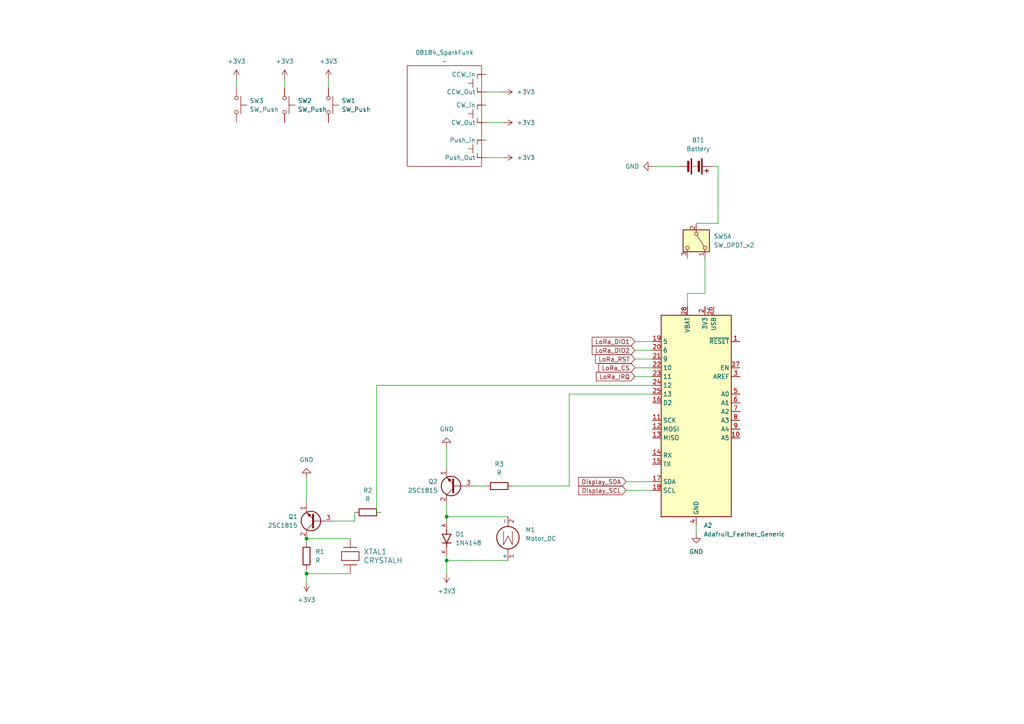
<source format=kicad_sch>
(kicad_sch (version 20250114) (generator "eeschema") (generator_version "9.0")
  (paper "A4")
  (lib_symbols
    (symbol "Device:Battery" (pin_numbers (hide yes)) (pin_names (offset 0) (hide yes))
      (property "Reference" "BT" (at 2.54 2.54 0))
      (property "Value" "Battery" (at 2.54 0 0))
      (symbol "Battery_0_1"
        (rectangle (start -2.286 1.778) (end 2.286 1.524) (fill (type outline)))
        (rectangle (start -2.286 -1.27) (end 2.286 -1.524) (fill (type outline)))
        (rectangle (start -1.524 1.016) (end 1.524 0.508) (fill (type outline)))
        (rectangle (start -1.524 -2.032) (end 1.524 -2.54) (fill (type outline)))
        (polyline (pts (xy 0 1.778) (xy 0 2.54)))
        (polyline (pts (xy 0 0) (xy 0 0.254)))
        (polyline (pts (xy 0 -0.508) (xy 0 -0.254)))
        (polyline (pts (xy 0 -1.016) (xy 0 -0.762)))
        (polyline (pts (xy 0.762 3.048) (xy 1.778 3.048)) (stroke (width 0.254)))
        (polyline (pts (xy 1.27 3.556) (xy 1.27 2.54)) (stroke (width 0.254)))
      )
      (symbol "Battery_1_1"
        (pin passive line (at 0 5.08 270) (length 2.54) (name "+") (number "1"))
        (pin passive line (at 0 -5.08 90) (length 2.54) (name "-") (number "2"))
      )
    )
    (symbol "Device:R" (pin_numbers (hide yes)) (pin_names (offset 0))
      (property "Reference" "R" (at 2.032 0 90))
      (property "Value" "R" (at 0 0 90))
      (symbol "R_0_1"
        (rectangle (start -1.016 -2.54) (end 1.016 2.54) (stroke (width 0.254)))
      )
      (symbol "R_1_1"
        (pin passive line (at 0 3.81 270) (length 1.27) (name "~") (number "1"))
        (pin passive line (at 0 -3.81 90) (length 1.27) (name "~") (number "2"))
      )
    )
    (symbol "FeatherSense_1N4148:1N4148" (pin_names (offset 1.016))
      (property "Reference" "D" (at -5.08 2.54 0))
      (property "Value" "1N4148" (at -5.08 -3.81 0))
      (symbol "1N4148_0_0"
        (polyline (pts (xy -2.54 0) (xy -1.27 0)) (stroke (width 0.254)))
        (polyline (pts (xy -1.27 1.27) (xy -1.27 -1.27)) (stroke (width 0.254)))
        (polyline (pts (xy -1.27 -1.27) (xy 1.27 0)) (stroke (width 0.254)))
        (polyline (pts (xy 1.27 1.27) (xy 1.27 -1.27)) (stroke (width 0.254)))
        (polyline (pts (xy 1.27 0) (xy -1.27 1.27)) (stroke (width 0.254)))
        (polyline (pts (xy 1.27 0) (xy 2.54 0)) (stroke (width 0.254)))
        (pin passive line (at -5.08 0 0) (length 2.54) (name "~") (number "A"))
        (pin passive line (at 5.08 0 180) (length 2.54) (name "~") (number "K"))
      )
    )
    (symbol "FeatherSense_PushButton:_1"
      (property "Reference" "U" (at 0 0 0))
      (symbol "_1_0_1"
        (rectangle (start -8.89 13.97) (end 12.7 -15.24))
        (polyline (pts (xy 10.16 10.16) (xy 10.16 7.62)))
        (polyline (pts (xy 10.16 8.89) (xy 8.89 8.89)))
        (polyline (pts (xy 10.16 1.27) (xy 10.16 -1.27)))
        (polyline (pts (xy 10.16 0) (xy 8.89 0)))
        (polyline (pts (xy 10.16 -8.89) (xy 10.16 -11.43)))
        (polyline (pts (xy 10.16 -10.16) (xy 8.89 -10.16)))
        (polyline (pts (xy 12.7 11.43) (xy 11.43 11.43) (xy 11.43 10.16)))
        (polyline (pts (xy 12.7 6.35) (xy 11.43 6.35) (xy 11.43 7.62)))
        (polyline (pts (xy 12.7 2.54) (xy 11.43 2.54) (xy 11.43 1.27)))
        (polyline (pts (xy 12.7 -2.54) (xy 11.43 -2.54) (xy 11.43 -1.27)))
        (polyline (pts (xy 12.7 -7.62) (xy 11.43 -7.62) (xy 11.43 -8.89)))
        (polyline (pts (xy 12.7 -12.7) (xy 11.43 -12.7) (xy 11.43 -11.43)))
      )
      (symbol "_1_1_1"
        (pin input line (at 13.97 11.43 180) (length 2.54) (name "CCW_in") (number ""))
        (pin output line (at 13.97 6.35 180) (length 2.54) (name "CCW_Out") (number ""))
        (pin input line (at 13.97 2.54 180) (length 2.54) (name "CW_in") (number ""))
        (pin output line (at 13.97 -2.54 180) (length 2.54) (name "CW_Out") (number ""))
        (pin input line (at 13.97 -7.62 180) (length 2.54) (name "Push_in") (number ""))
        (pin output line (at 13.97 -12.7 180) (length 2.54) (name "Push_Out") (number ""))
      )
    )
    (symbol "FeatherSense_Sound_Buzzer:CRYSTALH" (pin_numbers (hide yes)) (pin_names (hide yes))
      (property "Reference" "XTAL" (at 5.08 4.445 0))
      (property "Value" "CRYSTALH" (at 5.08 -7.62 0))
      (symbol "CRYSTALH_1_1"
        (polyline (pts (xy 2.54 -1.905) (xy 2.54 1.905)) (stroke (width 0.2032)))
        (polyline (pts (xy 3.81 2.54) (xy 6.35 2.54)) (stroke (width 0.2032)))
        (polyline (pts (xy 3.81 -2.54) (xy 3.81 2.54)) (stroke (width 0.2032)))
        (polyline (pts (xy 6.35 2.54) (xy 6.35 -2.54)) (stroke (width 0.2032)))
        (polyline (pts (xy 6.35 -2.54) (xy 3.81 -2.54)) (stroke (width 0.2032)))
        (polyline (pts (xy 7.62 -1.905) (xy 7.62 1.905)) (stroke (width 0.2032)))
        (pin unspecified line (at 0 0 0) (length 2.54) (name "1") (number "1"))
        (pin unspecified line (at 10.16 0 180) (length 2.54) (name "2") (number "2"))
      )
    )
    (symbol "Motor:Motor_DC" (pin_names (offset 0))
      (property "Reference" "M" (at 2.54 2.54 0))
      (property "Value" "Motor_DC" (at 2.54 -5.08 0))
      (symbol "Motor_DC_0_0"
        (polyline (pts (xy -1.27 -3.302) (xy -1.27 0.508) (xy 0 -2.032) (xy 1.27 0.508) (xy 1.27 -3.302)))
      )
      (symbol "Motor_DC_0_1"
        (polyline (pts (xy 0 2.032) (xy 0 2.54)))
        (polyline (pts (xy 0 1.7272) (xy 0 2.0828)))
        (circle (center 0 -1.524) (radius 3.2512) (stroke (width 0.254)))
        (polyline (pts (xy 0 -4.7752) (xy 0 -5.1816)))
        (polyline (pts (xy 0 -7.62) (xy 0 -7.112)))
      )
      (symbol "Motor_DC_1_1"
        (pin passive line (at 0 5.08 270) (length 2.54) (name "+") (number "1"))
        (pin passive line (at 0 -7.62 90) (length 2.54) (name "-") (number "2"))
      )
    )
    (symbol "SenseMateLibrary:Adafruit_Feather_Generic"
      (property "Reference" "A" (at -10.16 29.21 0))
      (property "Value" "Adafruit_Feather_Generic" (at 2.54 -31.75 0))
      (symbol "Adafruit_Feather_Generic_0_1"
        (rectangle (start -10.16 27.94) (end 10.16 -30.48) (stroke (width 0.254)) (fill (type background)))
      )
      (symbol "Adafruit_Feather_Generic_1_1"
        (pin bidirectional line (at -12.7 20.32 0) (length 2.54) (name "5") (number "19"))
        (pin bidirectional line (at -12.7 17.78 0) (length 2.54) (name "6") (number "20"))
        (pin bidirectional line (at -12.7 15.24 0) (length 2.54) (name "9") (number "21"))
        (pin bidirectional line (at -12.7 12.7 0) (length 2.54) (name "10") (number "22"))
        (pin bidirectional line (at -12.7 10.16 0) (length 2.54) (name "11") (number "23"))
        (pin bidirectional line (at -12.7 7.62 0) (length 2.54) (name "12") (number "24"))
        (pin bidirectional line (at -12.7 5.08 0) (length 2.54) (name "13") (number "25"))
        (pin bidirectional line (at -12.7 2.54 0) (length 2.54) (name "D2") (number "16"))
        (pin bidirectional line (at -12.7 -2.54 0) (length 2.54) (name "SCK") (number "11"))
        (pin bidirectional line (at -12.7 -5.08 0) (length 2.54) (name "MOSI") (number "12"))
        (pin bidirectional line (at -12.7 -7.62 0) (length 2.54) (name "MISO") (number "13"))
        (pin bidirectional line (at -12.7 -12.7 0) (length 2.54) (name "RX") (number "14"))
        (pin bidirectional line (at -12.7 -15.24 0) (length 2.54) (name "TX") (number "15"))
        (pin bidirectional line (at -12.7 -20.32 0) (length 2.54) (name "SDA") (number "17"))
        (pin bidirectional line (at -12.7 -22.86 0) (length 2.54) (name "SCL") (number "18"))
        (pin power_in line (at -2.54 30.48 270) (length 2.54) (name "VBAT") (number "28"))
        (pin power_in line (at 0 -33.02 90) (length 2.54) (name "GND") (number "4"))
        (pin power_in line (at 2.54 30.48 270) (length 2.54) (name "3V3") (number "2"))
        (pin power_in line (at 5.08 30.48 270) (length 2.54) (name "USB") (number "26"))
        (pin input line (at 12.7 20.32 180) (length 2.54) (name "~{RESET}") (number "1"))
        (pin input line (at 12.7 12.7 180) (length 2.54) (name "EN") (number "27"))
        (pin input line (at 12.7 10.16 180) (length 2.54) (name "AREF") (number "3"))
        (pin bidirectional line (at 12.7 5.08 180) (length 2.54) (name "A0") (number "5"))
        (pin bidirectional line (at 12.7 2.54 180) (length 2.54) (name "A1") (number "6"))
        (pin bidirectional line (at 12.7 0 180) (length 2.54) (name "A2") (number "7"))
        (pin bidirectional line (at 12.7 -2.54 180) (length 2.54) (name "A3") (number "8"))
        (pin bidirectional line (at 12.7 -5.08 180) (length 2.54) (name "A4") (number "9"))
        (pin bidirectional line (at 12.7 -7.62 180) (length 2.54) (name "A5") (number "10"))
      )
    )
    (symbol "Switch:SW_DPDT_x2" (pin_names (offset 0) (hide yes))
      (property "Reference" "SW" (at 0 5.08 0))
      (property "Value" "SW_DPDT_x2" (at 0 -5.08 0))
      (symbol "SW_DPDT_x2_0_0"
        (circle (center -2.032 0) (radius 0.508))
        (circle (center 2.032 -2.54) (radius 0.508))
      )
      (symbol "SW_DPDT_x2_0_1"
        (rectangle (start -3.175 3.81) (end 3.175 -3.81) (stroke (width 0.254)) (fill (type background)))
        (polyline (pts (xy -1.524 0.254) (xy 1.5748 2.286)))
        (circle (center 2.032 2.54) (radius 0.508))
      )
      (symbol "SW_DPDT_x2_1_1"
        (pin passive line (at -5.08 0 0) (length 2.54) (name "B") (number "2"))
        (pin passive line (at 5.08 2.54 180) (length 2.54) (name "A") (number "1"))
        (pin passive line (at 5.08 -2.54 180) (length 2.54) (name "C") (number "3"))
      )
      (symbol "SW_DPDT_x2_2_1"
        (pin passive line (at -5.08 0 0) (length 2.54) (name "B") (number "5"))
        (pin passive line (at 5.08 2.54 180) (length 2.54) (name "A") (number "4"))
        (pin passive line (at 5.08 -2.54 180) (length 2.54) (name "C") (number "6"))
      )
    )
    (symbol "Switch:SW_Push" (pin_numbers (hide yes)) (pin_names (offset 1.016) (hide yes))
      (property "Reference" "SW" (at 1.27 2.54 0))
      (property "Value" "SW_Push" (at 0 -1.524 0))
      (symbol "SW_Push_0_1"
        (circle (center -2.032 0) (radius 0.508))
        (polyline (pts (xy 0 1.27) (xy 0 3.048)))
        (circle (center 2.032 0) (radius 0.508))
        (polyline (pts (xy 2.54 1.27) (xy -2.54 1.27)))
        (pin passive line (at -5.08 0 0) (length 2.54) (name "1") (number "1"))
        (pin passive line (at 5.08 0 180) (length 2.54) (name "2") (number "2"))
      )
    )
    (symbol "Transistor_BJT:2SC1815" (pin_names (offset 0) (hide yes))
      (property "Reference" "Q" (at 5.08 1.905 0))
      (property "Value" "2SC1815" (at 5.08 0 0))
      (symbol "2SC1815_0_1"
        (polyline (pts (xy -2.54 0) (xy 0.635 0)))
        (polyline (pts (xy 0.635 1.905) (xy 0.635 -1.905)) (stroke (width 0.508)))
        (circle (center 1.27 0) (radius 2.8194) (stroke (width 0.254)))
      )
      (symbol "2SC1815_1_1"
        (polyline (pts (xy 0.635 0.635) (xy 2.54 2.54)))
        (polyline (pts (xy 0.635 -0.635) (xy 2.54 -2.54)))
        (polyline (pts (xy 1.27 -1.778) (xy 1.778 -1.27) (xy 2.286 -2.286) (xy 1.27 -1.778)) (fill (type outline)))
        (pin input line (at -5.08 0 0) (length 2.54) (name "B") (number "3"))
        (pin passive line (at 2.54 5.08 270) (length 2.54) (name "C") (number "2"))
        (pin passive line (at 2.54 -5.08 90) (length 2.54) (name "E") (number "1"))
      )
    )
    (symbol "power:+3V3" (power) (pin_numbers (hide yes)) (pin_names (offset 0) (hide yes))
      (property "Value" "+3V3" (at 0 3.556 0))
      (symbol "+3V3_0_1"
        (polyline (pts (xy -0.762 1.27) (xy 0 2.54)))
        (polyline (pts (xy 0 2.54) (xy 0.762 1.27)))
        (polyline (pts (xy 0 0) (xy 0 2.54)))
      )
      (symbol "+3V3_1_1"
        (pin power_in line (at 0 0 90) (length 0) (name "~") (number "1"))
      )
    )
    (symbol "power:GND" (power) (pin_numbers (hide yes)) (pin_names (offset 0) (hide yes))
      (property "Value" "GND" (at 0 -3.81 0))
      (symbol "GND_0_1"
        (polyline (pts (xy 0 0) (xy 0 -1.27) (xy 1.27 -1.27) (xy 0 -2.54) (xy -1.27 -1.27) (xy 0 -1.27)))
      )
      (symbol "GND_1_1"
        (pin power_in line (at 0 0 270) (length 0) (name "~") (number "1"))
      )
    )
  )
  (junction (at 129.54 149.86))
  (junction (at 88.9 166.37))
  (junction (at 129.54 162.56))
  (junction (at 88.9 156.21))
  (wire (pts (xy 95.25 22.86) (xy 95.25 25.4)))
  (wire (pts (xy 110.49 148.59) (xy 109.22 148.59)))
  (wire (pts (xy 184.15 99.06) (xy 189.23 99.06)))
  (wire (pts (xy 96.52 151.13) (xy 102.87 151.13)))
  (wire (pts (xy 88.9 138.43) (xy 88.9 146.05)))
  (wire (pts (xy 140.97 45.72) (xy 146.05 45.72)))
  (wire (pts (xy 140.97 35.56) (xy 146.05 35.56)))
  (wire (pts (xy 208.28 64.77) (xy 208.28 48.26)))
  (wire (pts (xy 181.61 142.24) (xy 189.23 142.24)))
  (wire (pts (xy 165.1 140.97) (xy 165.1 114.3)))
  (wire (pts (xy 140.97 26.67) (xy 146.05 26.67)))
  (wire (pts (xy 184.15 109.22) (xy 189.23 109.22)))
  (wire (pts (xy 129.54 149.86) (xy 129.54 151.13)))
  (wire (pts (xy 129.54 149.86) (xy 147.32 149.86)))
  (wire (pts (xy 109.22 111.76) (xy 189.23 111.76)))
  (wire (pts (xy 201.93 64.77) (xy 208.28 64.77)))
  (wire (pts (xy 129.54 161.29) (xy 129.54 162.56)))
  (wire (pts (xy 129.54 162.56) (xy 147.32 162.56)))
  (wire (pts (xy 207.01 48.26) (xy 208.28 48.26)))
  (wire (pts (xy 88.9 166.37) (xy 88.9 168.91)))
  (wire (pts (xy 88.9 165.1) (xy 88.9 166.37)))
  (wire (pts (xy 165.1 114.3) (xy 189.23 114.3)))
  (wire (pts (xy 88.9 156.21) (xy 101.6 156.21)))
  (wire (pts (xy 148.59 140.97) (xy 165.1 140.97)))
  (wire (pts (xy 204.47 85.09) (xy 199.39 85.09)))
  (wire (pts (xy 88.9 156.21) (xy 88.9 157.48)))
  (wire (pts (xy 204.47 74.93) (xy 204.47 85.09)))
  (wire (pts (xy 189.23 48.26) (xy 196.85 48.26)))
  (wire (pts (xy 199.39 85.09) (xy 199.39 88.9)))
  (wire (pts (xy 137.16 140.97) (xy 140.97 140.97)))
  (wire (pts (xy 201.93 152.4) (xy 201.93 154.94)))
  (wire (pts (xy 129.54 162.56) (xy 129.54 166.37)))
  (wire (pts (xy 109.22 148.59) (xy 109.22 111.76)))
  (wire (pts (xy 181.61 139.7) (xy 189.23 139.7)))
  (wire (pts (xy 88.9 166.37) (xy 101.6 166.37)))
  (wire (pts (xy 102.87 151.13) (xy 102.87 148.59)))
  (wire (pts (xy 82.55 22.86) (xy 82.55 25.4)))
  (wire (pts (xy 129.54 129.54) (xy 129.54 135.89)))
  (wire (pts (xy 184.15 106.68) (xy 189.23 106.68)))
  (wire (pts (xy 184.15 104.14) (xy 189.23 104.14)))
  (wire (pts (xy 129.54 146.05) (xy 129.54 149.86)))
  (wire (pts (xy 68.58 22.86) (xy 68.58 25.4)))
  (wire (pts (xy 184.15 101.6) (xy 189.23 101.6)))
  (global_label "Display_SCL" (shape input) (at 181.61 142.24 180) (property "Intersheetrefs" "${INTERSHEET_REFS}" (effects (hide yes))))
  (global_label "LoRa_DIO2" (shape input) (at 184.15 101.6 180) (property "Intersheetrefs" "${INTERSHEET_REFS}" (effects (hide yes))))
  (global_label "LoRa_IRQ" (shape input) (at 184.15 109.22 180) (property "Intersheetrefs" "${INTERSHEET_REFS}" (effects (hide yes))))
  (global_label "LoRa_RST" (shape input) (at 184.15 104.14 180) (property "Intersheetrefs" "${INTERSHEET_REFS}" (effects (hide yes))))
  (global_label "Display_SDA" (shape input) (at 181.61 139.7 180) (property "Intersheetrefs" "${INTERSHEET_REFS}" (effects (hide yes))))
  (global_label "LoRa_DIO1" (shape input) (at 184.15 99.06 180) (property "Intersheetrefs" "${INTERSHEET_REFS}" (effects (hide yes))))
  (global_label "LoRa_CS" (shape input) (at 184.15 106.68 180) (property "Intersheetrefs" "${INTERSHEET_REFS}" (effects (hide yes))))
  (symbol (lib_id "FeatherSense_Sound_Buzzer:CRYSTALH") (at 101.6 166.37 90) (unit 1)
    (property "Reference" "XTAL1" (at 105.41 160.0199 90) (effects (font (size 1.524 1.524)) (justify right)))
    (property "Value" "CRYSTALH" (at 105.41 162.5599 90) (effects (font (size 1.524 1.524)) (justify right)))
    (property "Footprint" "XTAL_PS1240P02BT_TDK" (effects (hide yes)))
  )
  (symbol (lib_id "power:GND") (at 201.93 154.94 0) (unit 1)
    (property "Reference" "#PWR02" (effects (hide yes)))
    (property "Value" "GND" (at 201.93 160.02 0))
    (property "Description" "Power symbol creates a global label with name \"GND\" , ground" (effects (hide yes)))
  )
  (symbol (lib_id "FeatherSense_PushButton:_1") (at 127 33.02 0) (unit 1)
    (property "Reference" "08184_SparkFunk" (at 128.905 15.24 0))
    (property "Value" "~" (at 128.905 17.78 0))
  )
  (symbol (lib_id "power:+3V3") (at 68.58 22.86 0) (unit 1)
    (property "Reference" "#PWR08" (effects (hide yes)))
    (property "Value" "+3V3" (at 68.58 17.78 0))
    (property "Description" "Power symbol creates a global label with name \"+3V3\"" (effects (hide yes)))
  )
  (symbol (lib_id "Switch:SW_Push") (at 68.58 30.48 270) (unit 1)
    (property "Reference" "SW3" (at 72.39 29.2099 90) (effects (justify left)))
    (property "Value" "SW_Push" (at 72.39 31.7499 90) (effects (justify left)))
    (property "Description" "Push button switch, generic, two pins" (effects (hide yes)))
  )
  (symbol (lib_id "power:+3V3") (at 88.9 168.91 180) (unit 1)
    (property "Reference" "#PWR05" (effects (hide yes)))
    (property "Value" "+3V3" (at 88.9 173.99 0))
    (property "Description" "Power symbol creates a global label with name \"+3V3\"" (effects (hide yes)))
  )
  (symbol (lib_id "Transistor_BJT:2SC1815") (at 91.44 151.13 180) (unit 1)
    (property "Reference" "Q1" (at 86.36 149.8599 0) (effects (justify left)))
    (property "Value" "2SC1815" (at 86.36 152.3999 0) (effects (justify left)))
    (property "Footprint" "Package_TO_SOT_THT:TO-92_Inline" (effects (hide yes)))
    (property "Datasheet" "https://media.digikey.com/pdf/Data%20Sheets/Toshiba%20PDFs/2SC1815.pdf" (effects (hide yes)))
    (property "Description" "0.15A Ic, 50V Vce, Low Noise Audio NPN Transistor, TO-92" (effects (hide yes)))
  )
  (symbol (lib_id "power:+3V3") (at 146.05 35.56 270) (unit 1)
    (property "Reference" "#PWR014" (effects (hide yes)))
    (property "Value" "+3V3" (at 149.86 35.5599 90) (effects (justify left)))
    (property "Description" "Power symbol creates a global label with name \"+3V3\"" (effects (hide yes)))
  )
  (symbol (lib_id "power:GND") (at 88.9 138.43 180) (unit 1)
    (property "Reference" "#PWR04" (effects (hide yes)))
    (property "Value" "GND" (at 88.9 133.35 0))
    (property "Description" "Power symbol creates a global label with name \"GND\" , ground" (effects (hide yes)))
  )
  (symbol (lib_id "Switch:SW_DPDT_x2") (at 201.93 69.85 270) (unit 1)
    (property "Reference" "SW5" (at 207.01 68.5799 90) (effects (justify left)))
    (property "Value" "SW_DPDT_x2" (at 207.01 71.1199 90) (effects (justify left)))
    (property "Description" "Switch, dual pole double throw, separate symbols" (effects (hide yes)))
  )
  (symbol (lib_id "Device:R") (at 88.9 161.29 0) (unit 1)
    (property "Reference" "R1" (at 91.44 160.0199 0) (effects (justify left)))
    (property "Value" "R" (at 91.44 162.5599 0) (effects (justify left)))
    (property "Description" "Resistor" (effects (hide yes)))
  )
  (symbol (lib_id "power:+3V3") (at 129.54 166.37 180) (unit 1)
    (property "Reference" "#PWR06" (effects (hide yes)))
    (property "Value" "+3V3" (at 129.54 171.45 0))
    (property "Description" "Power symbol creates a global label with name \"+3V3\"" (effects (hide yes)))
  )
  (symbol (lib_id "power:+3V3") (at 146.05 45.72 270) (unit 1)
    (property "Reference" "#PWR015" (effects (hide yes)))
    (property "Value" "+3V3" (at 149.86 45.7199 90) (effects (justify left)))
    (property "Description" "Power symbol creates a global label with name \"+3V3\"" (effects (hide yes)))
  )
  (symbol (lib_id "power:+3V3") (at 82.55 22.86 0) (unit 1)
    (property "Reference" "#PWR09" (effects (hide yes)))
    (property "Value" "+3V3" (at 82.55 17.78 0))
    (property "Description" "Power symbol creates a global label with name \"+3V3\"" (effects (hide yes)))
  )
  (symbol (lib_id "power:+3V3") (at 95.25 22.86 0) (unit 1)
    (property "Reference" "#PWR010" (effects (hide yes)))
    (property "Value" "+3V3" (at 95.25 17.78 0))
    (property "Description" "Power symbol creates a global label with name \"+3V3\"" (effects (hide yes)))
  )
  (symbol (lib_id "SenseMateLibrary:Adafruit_Feather_Generic") (at 201.93 119.38 0) (unit 1)
    (property "Reference" "A2" (at 204.0733 152.4 0) (effects (justify left)))
    (property "Value" "Adafruit_Feather_Generic" (at 204.0733 154.94 0) (effects (justify left)))
    (property "Footprint" "SenseMateLibrary:Adafruit_Feather_Sense" (effects (hide yes)))
    (property "Description" "Microcontroller module in various flavor, generic symbol" (effects (hide yes)))
  )
  (symbol (lib_id "Device:Battery") (at 201.93 48.26 270) (unit 1)
    (property "Reference" "BT1" (at 202.5015 40.64 90))
    (property "Value" "Battery" (at 202.5015 43.18 90))
    (property "Description" "Multiple-cell battery" (effects (hide yes)))
  )
  (symbol (lib_id "power:+3V3") (at 146.05 26.67 270) (unit 1)
    (property "Reference" "#PWR013" (effects (hide yes)))
    (property "Value" "+3V3" (at 149.86 26.6699 90) (effects (justify left)))
    (property "Description" "Power symbol creates a global label with name \"+3V3\"" (effects (hide yes)))
  )
  (symbol (lib_id "Transistor_BJT:2SC1815") (at 132.08 140.97 180) (unit 1)
    (property "Reference" "Q2" (at 127 139.6999 0) (effects (justify left)))
    (property "Value" "2SC1815" (at 127 142.2399 0) (effects (justify left)))
    (property "Footprint" "Package_TO_SOT_THT:TO-92_Inline" (effects (hide yes)))
    (property "Datasheet" "https://media.digikey.com/pdf/Data%20Sheets/Toshiba%20PDFs/2SC1815.pdf" (effects (hide yes)))
    (property "Description" "0.15A Ic, 50V Vce, Low Noise Audio NPN Transistor, TO-92" (effects (hide yes)))
  )
  (symbol (lib_id "Switch:SW_Push") (at 95.25 30.48 270) (unit 1)
    (property "Reference" "SW1" (at 99.06 29.2099 90) (effects (justify left)))
    (property "Value" "SW_Push" (at 99.06 31.7499 90) (effects (justify left)))
    (property "Description" "Push button switch, generic, two pins" (effects (hide yes)))
  )
  (symbol (lib_id "FeatherSense_1N4148:1N4148") (at 129.54 156.21 270) (unit 1)
    (property "Reference" "D1" (at 132.08 154.9399 90) (effects (justify left)))
    (property "Value" "1N4148" (at 132.08 157.4799 90) (effects (justify left)))
    (property "Footprint" "1N4148:DIOAD753W49L380D172B" (effects (hide yes)))
    (property "PARTREV" "5" (effects (hide yes)))
    (property "MANUFACTURER" "Onsemi" (effects (hide yes)))
    (property "MAXIMUM_PACKAGE_HEIGHT" "1.91mm" (effects (hide yes)))
    (property "STANDARD" "IPC-7351B" (effects (hide yes)))
  )
  (symbol (lib_id "Device:R") (at 144.78 140.97 90) (unit 1)
    (property "Reference" "R3" (at 144.78 134.62 90))
    (property "Value" "R" (at 144.78 137.16 90))
    (property "Description" "Resistor" (effects (hide yes)))
  )
  (symbol (lib_id "power:GND") (at 189.23 48.26 270) (unit 1)
    (property "Reference" "#PWR012" (effects (hide yes)))
    (property "Value" "GND" (at 185.42 48.2599 90) (effects (justify right)))
    (property "Description" "Power symbol creates a global label with name \"GND\" , ground" (effects (hide yes)))
  )
  (symbol (lib_id "Device:R") (at 106.68 148.59 90) (unit 1)
    (property "Reference" "R2" (at 106.68 142.24 90))
    (property "Value" "R" (at 106.68 144.78 90))
    (property "Description" "Resistor" (effects (hide yes)))
  )
  (symbol (lib_id "Switch:SW_Push") (at 82.55 30.48 270) (unit 1)
    (property "Reference" "SW2" (at 86.36 29.2099 90) (effects (justify left)))
    (property "Value" "SW_Push" (at 86.36 31.7499 90) (effects (justify left)))
    (property "Description" "Push button switch, generic, two pins" (effects (hide yes)))
  )
  (symbol (lib_id "power:GND") (at 129.54 129.54 180) (unit 1)
    (property "Reference" "#PWR07" (effects (hide yes)))
    (property "Value" "GND" (at 129.54 124.46 0))
    (property "Description" "Power symbol creates a global label with name \"GND\" , ground" (effects (hide yes)))
  )
  (symbol (lib_id "Motor:Motor_DC") (at 147.32 157.48 180) (unit 1)
    (property "Reference" "M1" (at 152.4 153.6699 0) (effects (justify right)))
    (property "Value" "Motor_DC" (at 152.4 156.2099 0) (effects (justify right)))
    (property "Description" "DC Motor" (effects (hide yes)))
  )
)
</source>
